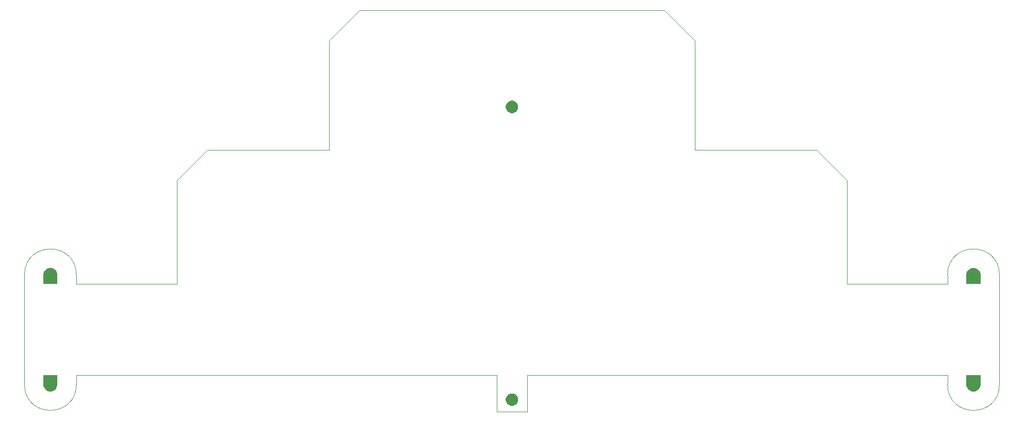
<source format=gbr>
%TF.GenerationSoftware,Altium Limited,Altium Designer,24.2.2 (26)*%
G04 Layer_Color=0*
%FSLAX45Y45*%
%MOMM*%
%TF.SameCoordinates,259198F7-C233-4D65-A8A2-2B75CB696E96*%
%TF.FilePolarity,Positive*%
%TF.FileFunction,Profile,NP*%
%TF.Part,Single*%
G01*
G75*
%TA.AperFunction,Profile*%
%ADD45C,0.02540*%
G36*
X9549865Y5948640D02*
Y5938544D01*
X9553804Y5918741D01*
X9561531Y5900088D01*
X9572748Y5883300D01*
X9587025Y5869023D01*
X9603813Y5857805D01*
X9622467Y5850078D01*
X9642270Y5846140D01*
X9652365D01*
X9662460D01*
X9682263Y5850078D01*
X9700917Y5857805D01*
X9717705Y5869023D01*
X9731982Y5883300D01*
X9743199Y5900088D01*
X9750926Y5918741D01*
X9754865Y5938544D01*
Y5948640D01*
Y5958735D01*
X9750926Y5978538D01*
X9743199Y5997191D01*
X9731982Y6013979D01*
X9717705Y6028256D01*
X9700917Y6039474D01*
X9682263Y6047201D01*
X9662460Y6051140D01*
X9652365D01*
X9642270D01*
X9622467Y6047201D01*
X9603813Y6039474D01*
X9587025Y6028256D01*
X9572748Y6013979D01*
X9561531Y5997191D01*
X9553804Y5978538D01*
X9549865Y5958735D01*
Y5948640D01*
D01*
D02*
G37*
G36*
X1962365Y1387640D02*
Y1372499D01*
X1970202Y1343251D01*
X1985342Y1317028D01*
X2006753Y1295617D01*
X2032976Y1280476D01*
X2062225Y1272640D01*
X2092505D01*
X2121753Y1280476D01*
X2147976Y1295617D01*
X2169388Y1317028D01*
X2184528Y1343251D01*
X2192365Y1372499D01*
Y1387640D01*
D01*
Y1537640D01*
X1962365D01*
Y1387640D01*
D02*
G37*
G36*
X17112366D02*
Y1537640D01*
X17342365D01*
Y1387640D01*
Y1372499D01*
X17334528Y1343251D01*
X17319388Y1317028D01*
X17297977Y1295617D01*
X17271753Y1280476D01*
X17242505Y1272640D01*
X17212225D01*
X17182977Y1280476D01*
X17156754Y1295617D01*
X17135342Y1317028D01*
X17120203Y1343251D01*
X17112366Y1372499D01*
Y1387640D01*
D01*
D02*
G37*
G36*
Y3037640D02*
X17342365D01*
Y3187640D01*
Y3202779D01*
X17334528Y3232028D01*
X17319388Y3258251D01*
X17297977Y3279662D01*
X17271753Y3294802D01*
X17242505Y3302640D01*
X17212225D01*
X17182977Y3294802D01*
X17156754Y3279662D01*
X17135342Y3258251D01*
X17120203Y3232028D01*
X17112366Y3202779D01*
Y3187640D01*
D01*
Y3037640D01*
D02*
G37*
G36*
X9549865Y1137640D02*
Y1147735D01*
X9553804Y1167538D01*
X9561531Y1186191D01*
X9572748Y1202979D01*
X9587025Y1217256D01*
X9603813Y1228474D01*
X9622467Y1236200D01*
X9642270Y1240140D01*
X9652365D01*
X9662460D01*
X9682263Y1236200D01*
X9700917Y1228474D01*
X9717705Y1217256D01*
X9731982Y1202979D01*
X9743199Y1186191D01*
X9750926Y1167538D01*
X9754865Y1147735D01*
Y1137640D01*
Y1127544D01*
X9750926Y1107741D01*
X9743199Y1089087D01*
X9731982Y1072300D01*
X9717705Y1058023D01*
X9700917Y1046805D01*
X9682263Y1039078D01*
X9662460Y1035140D01*
X9652365D01*
X9642270D01*
X9622467Y1039078D01*
X9603813Y1046805D01*
X9587025Y1058023D01*
X9572748Y1072300D01*
X9561531Y1089087D01*
X9553804Y1107741D01*
X9549865Y1127544D01*
Y1137640D01*
D01*
D02*
G37*
G36*
X1962365Y3037640D02*
X2192365D01*
Y3187640D01*
Y3202779D01*
X2184528Y3232028D01*
X2169388Y3258251D01*
X2147976Y3279662D01*
X2121753Y3294802D01*
X2092505Y3302640D01*
X2062225D01*
X2032976Y3294802D01*
X2006753Y3279662D01*
X1985342Y3258251D01*
X1970202Y3232028D01*
X1962365Y3202779D01*
Y3187640D01*
D01*
Y3037640D01*
D02*
G37*
D45*
X1651692Y1387621D02*
G03*
X2503038Y1387640I425673J18D01*
G01*
Y1536966D01*
X9401692D01*
Y937639D01*
X9402365Y936966D01*
X9902365D01*
X9903038Y937639D01*
Y1536966D01*
X16801692D01*
Y1387640D01*
D02*
G03*
X17653038Y1387621I425673J-0D01*
G01*
X17653038Y3187640D01*
D02*
G03*
X16801692Y3187640I-425673J-9D01*
G01*
Y3038313D01*
X15153038D01*
Y4737639D01*
X15152841Y4738115D01*
X14652841Y5238116D01*
X14652365Y5238313D01*
X12653038D01*
Y7037639D01*
X12652841Y7038115D01*
X12152841Y7538115D01*
X12152365Y7538313D01*
X7152365D01*
X7151889Y7538115D01*
X6651889Y7038115D01*
X6651692Y7037639D01*
Y5238313D01*
X4652365D01*
X4651889Y5238116D01*
X4151889Y4738115D01*
X4151692Y4737639D01*
Y3038313D01*
X2503038D01*
Y3187640D01*
D02*
G03*
X1651692Y3187658I-425673J0D01*
G01*
Y1387621D01*
%TF.MD5,534fc468333a77c30b43d25d9bf1df3b*%
M02*

</source>
